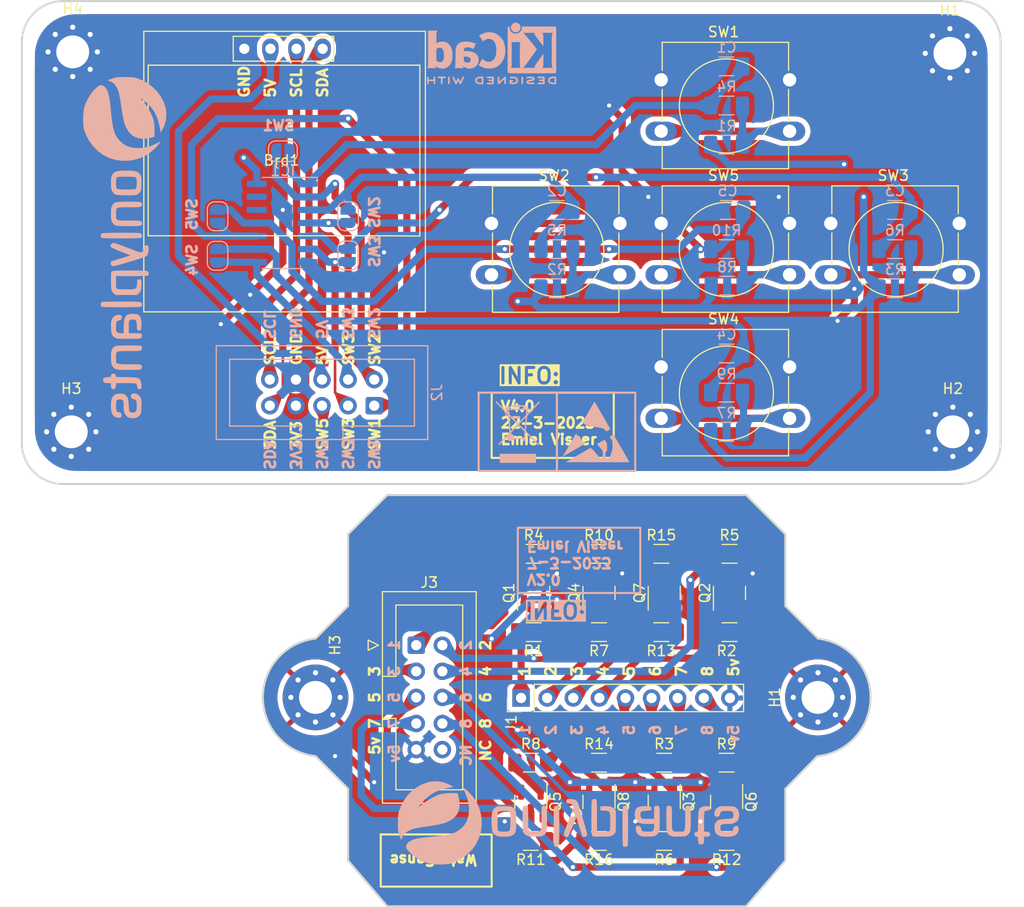
<source format=kicad_pcb>
(kicad_pcb (version 20221018) (generator pcbnew)
  (layers (0 "F.Cu" signal) (31 "B.Cu" signal) (34 "B.Paste" user) (35 "F.Paste" user) (36 "B.SilkS" user "B.Silkscreen") (37 "F.SilkS" user "F.Silkscreen") (38 "B.Mask" user) (39 "F.Mask" user) (44 "Edge.Cuts" user))
  (net 0 "")
  (net 1 "/SDA")
  (net 2 "/SCL")
  (net 3 "GNDREF")
  (net 4 "+5V")
  (net 5 "/IN_SW1")
  (net 6 "/IN_SW2")
  (net 7 "/IN_SW3")
  (net 8 "/IN_SW4")
  (net 9 "/IN_SW5")
  (net 10 "/OUT_SW1")
  (net 11 "/OUT_SW2")
  (net 12 "/OUT_SW3")
  (net 13 "/OUT_SW4")
  (net 14 "/OUT_SW5")
  (net 17 "+3.3V")
  (net 18 "Net-(R1-Pad1)")
  (net 19 "Net-(R2-Pad1)")
  (net 20 "Net-(R3-Pad1)")
  (net 21 "Net-(R7-Pad1)")
  (net 22 "Net-(R10-Pad1)")
  (net 24 "Net-(Q1-B)")
  (net 25 "Net-(Q2-B)")
  (net 26 "Net-(Q3-B)")
  (net 27 "Net-(Q4-B)")
  (net 28 "Net-(Q5-B)")
  (net 29 "Net-(Q6-B)")
  (net 30 "Net-(Q7-B)")
  (net 31 "Net-(Q8-B)")
  (net 32 "/SENS1_IN")
  (net 33 "/SENS2_IN")
  (net 34 "/SENS3_IN")
  (net 35 "/SENS4_IN")
  (net 36 "/SENS5_IN")
  (net 37 "/SENS6_IN")
  (net 38 "/SENS7_IN")
  (net 39 "/SENS8_IN")
  (net 40 "/SENS1_OUT")
  (net 41 "/SENS4_OUT")
  (net 42 "/SENS7_OUT")
  (net 43 "/SENS2_OUT")
  (net 44 "/SENS5_OUT")
  (net 45 "/SENS8_OUT")
  (net 46 "/SENS3_OUT")
  (net 47 "/SENS6_OUT")
  (footprint "MountingHole:MountingHole_3.2mm_M3_Pad_Via" (layer "F.Cu") (at 198.26 45.275)
    (fp_text reference "H1")
    (fp_text value "MountingHole_Pad")
  )
  (footprint "greenhouse_project_screen:128x64OLED" (layer "F.Cu") (at 133.22 55.435)
    (fp_text reference "Brd1")
    (fp_text value "SSD1306")
  )
  (footprint "Button_Switch_THT:SW_PUSH-12mm" (layer "F.Cu") (at 170.16 47.855)
    (fp_text reference "SW1")
    (fp_text value "SW_Push")
  )
  (footprint "Resistor_SMD:R_1206_3216Metric_Pad1.30x1.75mm_HandSolder" (layer "F.Cu") (at 170.18 101.6 180)
    (fp_text reference "R13")
    (fp_text value "100")
  )
  (footprint "Resistor_SMD:R_1206_3216Metric_Pad1.30x1.75mm_HandSolder" (layer "F.Cu") (at 164.11 121.92 180)
    (fp_text reference "R16")
    (fp_text value "2.2k")
  )
  (footprint "Package_TO_SOT_SMD:SOT-23" (layer "F.Cu") (at 170.46 97.79 90)
    (fp_text reference "Q7")
    (fp_text value "BC847")
  )
  (footprint "Resistor_SMD:R_1206_3216Metric_Pad1.30x1.75mm_HandSolder" (layer "F.Cu") (at 176.81 93.98)
    (fp_text reference "R5")
    (fp_text value "2.2k")
  )
  (footprint "Resistor_SMD:R_1206_3216Metric_Pad1.30x1.75mm_HandSolder" (layer "F.Cu") (at 170.46 121.92 180)
    (fp_text reference "R6")
    (fp_text value "2.2k")
  )
  (footprint "MountingHole:MountingHole_3.2mm_M3_Pad_Via" (layer "F.Cu") (at 136.525 107.95 -90)
    (fp_text reference "H3")
    (fp_text value "MountingHole_Pad")
  )
  (footprint "Resistor_SMD:R_1206_3216Metric_Pad1.30x1.75mm_HandSolder" (layer "F.Cu") (at 164.11 114.3)
    (fp_text reference "R14")
    (fp_text value "100")
  )
  (footprint "Resistor_SMD:R_1206_3216Metric_Pad1.30x1.75mm_HandSolder" (layer "F.Cu") (at 157.76 101.6 180)
    (fp_text reference "R1")
    (fp_text value "100")
  )
  (footprint "Resistor_SMD:R_1206_3216Metric_Pad1.30x1.75mm_HandSolder" (layer "F.Cu") (at 164.11 93.98)
    (fp_text reference "R10")
    (fp_text value "2.2k")
  )
  (footprint "Resistor_SMD:R_1206_3216Metric_Pad1.30x1.75mm_HandSolder" (layer "F.Cu") (at 170.46 114.3)
    (fp_text reference "R3")
    (fp_text value "100")
  )
  (footprint "Package_TO_SOT_SMD:SOT-23" (layer "F.Cu") (at 164.11 118.11 -90)
    (fp_text reference "Q8")
    (fp_text value "BC847")
  )
  (footprint "Button_Switch_THT:SW_PUSH-12mm" (layer "F.Cu") (at 170.16 61.825)
    (fp_text reference "SW5")
    (fp_text value "SW_Push")
  )
  (footprint "MountingHole:MountingHole_3.2mm_M3_Pad_Via" (layer "F.Cu") (at 198.547056 82.105)
    (fp_text reference "H2")
    (fp_text value "MountingHole_Pad")
  )
  (footprint "Package_TO_SOT_SMD:SOT-23" (layer "F.Cu") (at 157.48 118.11 -90)
    (fp_text reference "Q5")
    (fp_text value "BC847")
  )
  (footprint "Resistor_SMD:R_1206_3216Metric_Pad1.30x1.75mm_HandSolder" (layer "F.Cu") (at 176.53 121.92 180)
    (fp_text reference "R12")
    (fp_text value "2.2k")
  )
  (footprint "Resistor_SMD:R_1206_3216Metric_Pad1.30x1.75mm_HandSolder" (layer "F.Cu") (at 176.81 101.6 180)
    (fp_text reference "R2")
    (fp_text value "100")
  )
  (footprint "Resistor_SMD:R_1206_3216Metric_Pad1.30x1.75mm_HandSolder" (layer "F.Cu") (at 157.48 121.92 180)
    (fp_text reference "R11")
    (fp_text value "2.2k")
  )
  (footprint "Package_TO_SOT_SMD:SOT-23" (layer "F.Cu") (at 164.11 97.79 90)
    (fp_text reference "Q4")
    (fp_text value "BC847")
  )
  (footprint "Button_Switch_THT:SW_PUSH-12mm" (layer "F.Cu") (at 170.16 75.795)
    (fp_text reference "SW4")
    (fp_text value "SW_Push")
  )
  (footprint "Resistor_SMD:R_1206_3216Metric_Pad1.30x1.75mm_HandSolder" (layer "F.Cu") (at 176.53 114.3)
    (fp_text reference "R9")
    (fp_text value "100")
  )
  (footprint "Connector_IDC:IDC-Header_2x05_P2.54mm_Vertical" (layer "F.Cu") (at 146.33 102.87)
    (fp_text reference "J3")
    (fp_text value "Conn_01x10_Socket")
  )
  (footprint "Button_Switch_THT:SW_PUSH-12mm" (layer "F.Cu") (at 153.65 61.825)
    (fp_text reference "SW2")
    (fp_text value "SW_Push")
  )
  (footprint "Package_TO_SOT_SMD:SOT-23" (layer "F.Cu") (at 157.76 97.79 90)
    (fp_text reference "Q1")
    (fp_text value "BC847")
  )
  (footprint "Package_TO_SOT_SMD:SOT-23" (layer "F.Cu") (at 176.81 97.79 90)
    (fp_text reference "Q2")
    (fp_text value "BC847")
  )
  (footprint "Package_TO_SOT_SMD:SOT-23" (layer "F.Cu") (at 170.46 118.11 -90)
    (fp_text reference "Q3")
    (fp_text value "BC847")
  )
  (footprint "Resistor_SMD:R_1206_3216Metric_Pad1.30x1.75mm_HandSolder" (layer "F.Cu") (at 170.18 93.98)
    (fp_text reference "R15")
    (fp_text value "2.2k")
  )
  (footprint "Button_Switch_THT:SW_PUSH-12mm" (layer "F.Cu") (at 186.67 61.825)
    (fp_text reference "SW3")
    (fp_text value "SW_Push")
  )
  (footprint "Resistor_SMD:R_1206_3216Metric_Pad1.30x1.75mm_HandSolder" (layer "F.Cu") (at 157.48 114.3)
    (fp_text reference "R8")
    (fp_text value "100")
  )
  (footprint "Connector_PinHeader_2.54mm:PinHeader_1x09_P2.54mm_Vertical" (layer "F.Cu") (at 156.53 108.0075 90)
    (fp_text reference "J1")
    (fp_text value "Conn_01x09_Socket")
  )
  (footprint "Package_TO_SOT_SMD:SOT-23" (layer "F.Cu") (at 176.53 118.11 -90)
    (fp_text reference "Q6")
    (fp_text value "BC847")
  )
  (footprint "MountingHole:MountingHole_3.2mm_M3_Pad_Via" (layer "F.Cu") (at 112.76 82.105)
    (fp_text reference "H3")
    (fp_text value "MountingHole_Pad")
  )
  (footprint "MountingHole:MountingHole_3.2mm_M3_Pad_Via" (layer "F.Cu") (at 112.9 45.135)
    (fp_text reference "H4")
    (fp_text value "MountingHole_Pad")
  )
  (footprint "Resistor_SMD:R_1206_3216Metric_Pad1.30x1.75mm_HandSolder" (layer "F.Cu") (at 157.76 93.98)
    (fp_text reference "R4")
    (fp_text value "2.2k")
  )
  (footprint "MountingHole:MountingHole_3.2mm_M3_Pad_Via" (layer "F.Cu") (at 185.42 107.95 90)
    (fp_text reference "H1")
    (fp_text value "MountingHole_Pad")
  )
  (footprint "Resistor_SMD:R_1206_3216Metric_Pad1.30x1.75mm_HandSolder" (layer "F.Cu") (at 164.11 101.6 180)
    (fp_text reference "R7")
    (fp_text value "100")
  )
  (footprint "Jumper:SolderJumper-2_P1.3mm_Open_RoundedPad1.0x1.5mm" (layer "B.Cu") (at 127 64.975 -90)
    (fp_text reference "JP4" hide)
    (fp_text value "Jumper_2_Open")
  )
  (footprint "Capacitor_SMD:C_1206_3216Metric_Pad1.33x1.80mm_HandSolder" (layer "B.Cu") (at 176.53 46.545 180)
    (fp_text reference "C1")
    (fp_text value "10uF")
  )
  (footprint "Resistor_SMD:R_1206_3216Metric_Pad1.30x1.75mm_HandSolder" (layer "B.Cu") (at 176.53 64.325 180)
    (fp_text reference "R10")
    (fp_text value "10K")
  )
  (footprint "Resistor_SMD:R_1206_3216Metric_Pad1.30x1.75mm_HandSolder" (layer "B.Cu") (at 176.5825 67.886472 180)
    (fp_text reference "R8")
    (fp_text value "10K")
  )
  (footprint "Jumper:SolderJumper-2_P1.3mm_Open_RoundedPad1.0x1.5mm" (layer "B.Cu") (at 139.7 61.135 90)
    (fp_text reference "JP2" hide)
    (fp_text value "Jumper_2_Open")
  )
  (footprint "Jumper:SolderJumper-2_P1.3mm_Open_RoundedPad1.0x1.5mm" (layer "B.Cu") (at 127 61.135 -90)
    (fp_text reference "JP5" hide)
    (fp_text value "Jumper_2_Open")
  )
  (footprint "Resistor_SMD:R_1206_3216Metric_Pad1.30x1.75mm_HandSolder" (layer "B.Cu") (at 192.91 64.325 180)
    (fp_text reference "R6")
    (fp_text value "10K")
  )
  (footprint "Resistor_SMD:R_1206_3216Metric_Pad1.30x1.75mm_HandSolder" (layer "B.Cu") (at 176.53 78.295 180)
    (fp_text reference "R9")
    (fp_text value "10K")
  )
  (footprint "Jumper:SolderJumper-2_P1.3mm_Open_RoundedPad1.0x1.5mm" (layer "B.Cu") (at 139.7 64.945 90)
    (fp_text reference "JP3" hide)
    (fp_text value "Jumper_2_Open")
  )
  (footprint "Resistor_SMD:R_1206_3216Metric_Pad1.30x1.75mm_HandSolder" (layer "B.Cu") (at 176.53 82.105 180)
    (fp_text reference "R7")
    (fp_text value "10K")
  )
  (footprint "Jumper:SolderJumper-2_P1.3mm_Open_RoundedPad1.0x1.5mm" (layer "B.Cu") (at 133.35 54.8 180)
    (fp_text reference "JP1" hide)
    (fp_text value "Jumper_2_Open")
  )
  (footprint "Package_SO:SOIC-14_3.9x8.7mm_P1.27mm" (layer "B.Cu") (at 133.285 61.785 180)
    (fp_text reference "IC1")
    (fp_text value "CD74HC14M96")
  )
  (footprint "logo:logo" (layer "B.Cu") (at 161.29 120.015)
    (fp_text reference "G***")
    (fp_text value "LOGO" hide)
  )
  (footprint "Resistor_SMD:R_1206_3216Metric_Pad1.30x1.75mm_HandSolder" (layer "B.Cu") (at 192.91 68.135 180)
    (fp_text reference "R3")
    (fp_text value "10K")
  )
  (footprint "Symbol:KiCad-Logo2_5mm_SilkScreen" (layer "B.Cu") (at 153.67 45.275 180)
    (fp_text reference "REF**" hide)
    (fp_text value "KiCad-Logo2_5mm_SilkScreen" hide)
  )
  (footprint "Capacitor_SMD:C_1206_3216Metric_Pad1.33x1.80mm_HandSolder" (layer "B.Cu") (at 176.53 74.485 180)
    (fp_text reference "C4")
    (fp_text value "10uF")
  )
  (footprint "Capacitor_SMD:C_1206_3216Metric_Pad1.33x1.80mm_HandSolder" (layer "B.Cu") (at 192.91 60.515 180)
    (fp_text reference "C3")
    (fp_text value "10uF")
  )
  (footprint "Capacitor_SMD:C_1206_3216Metric_Pad1.33x1.80mm_HandSolder" (layer "B.Cu") (at 160.02 60.515 180)
    (fp_text reference "C2")
    (fp_text value "10uF")
  )
  (footprint "Capacitor_SMD:C_1206_3216Metric_Pad1.33x1.80mm_HandSolder" (layer "B.Cu") (at 176.6325 60.515 180)
    (fp_text reference "C5")
    (fp_text value "10uF")
  )
  (footprint "Symbol:WEEE-Logo_4.2x6mm_SilkScreen" (layer "B.Cu") (at 156.21 82.105 180)
    (fp_text reference "REF**" hide)
    (fp_text value "WEEE-Logo_4.2x6mm_SilkScreen" hide)
  )
  (footprint "Connector_IDC:IDC-Header_2x05_P2.54mm_Vertical" (layer "B.Cu") (at 142.24 79.565 90)
    (fp_text reference "J2")
    (fp_text value "Conn_01x10_Socket")
  )
  (footprint "Resistor_SMD:R_1206_3216Metric_Pad1.30x1.75mm_HandSolder" (layer "B.Cu") (at 160.02 64.325 180)
    (fp_text reference "R5")
    (fp_text value "10K")
  )
  (footprint "Symbol:ESD-Logo_6.6x6mm_SilkScreen" (layer "B.Cu") (at 163.83 82.105 180)
    (fp_text reference "REF**" hide)
    (fp_text value "ESD-Logo_6.6x6mm_SilkScreen" hide)
  )
  (footprint "greenhouse_project_screen:logo" (layer "B.Cu") (at 118.11 64.325 -90)
    (fp_text reference "G***")
    (fp_text value "LOGO" hide)
  )
  (footprint "Resistor_SMD:R_1206_3216Metric_Pad1.30x1.75mm_HandSolder" (layer "B.Cu") (at 160.02 68.135 180)
    (fp_text reference "R2")
    (fp_text value "10K")
  )
  (footprint "Resistor_SMD:R_1206_3216Metric_Pad1.30x1.75mm_HandSolder" (layer "B.Cu") (at 176.53 50.355 180)
    (fp_text reference "R4")
    (fp_text value "10k")
  )
  (footprint "Resistor_SMD:R_1206_3216Metric_Pad1.30x1.75mm_HandSolder" (layer "B.Cu") (at 176.53 54.165 180)
    (fp_text reference "R1")
    (fp_text value "10k")
  )
  (gr_rect (start 142.875 126.365) (end 153.67 121.285) (stroke (width 0.2)) (fill none) (layer "F.SilkS"))
  (gr_line (start 199.2 87.185) (end 111.95 87.185) (stroke (width 0.2)) (layer "Edge.Cuts"))
  (gr_line (start 178.435 128.27) (end 143.51 128.27) (stroke (width 0.2)) (layer "Edge.Cuts"))
  (gr_line (start 139.7 92.075) (end 143.51 88.265) (stroke (width 0.2)) (layer "Edge.Cuts"))
  (gr_arc (start 203.2 83.185) (mid 202.028427 86.013427) (end 199.2 87.185) (stroke (width 0.2)) (layer "Edge.Cuts"))
  (gr_arc (start 107.95 44.195) (mid 109.121573 41.366573) (end 111.95 40.195) (stroke (width 0.2)) (layer "Edge.Cuts"))
  (gr_line (start 111.95 40.195) (end 199.2 40.195) (stroke (width 0.2)) (layer "Edge.Cuts"))
  (gr_line (start 178.435 88.265) (end 143.51 88.265) (stroke (width 0.2)) (layer "Edge.Cuts"))
  (gr_arc (start 199.2 40.195) (mid 202.028427 41.366573) (end 203.2 44.195) (stroke (width 0.2)) (layer "Edge.Cuts"))
  (gr_line (start 182.245 99.06) (end 182.245 92.075) (stroke (width 0.2)) (layer "Edge.Cuts"))
  (gr_line (start 136.525 102.235001) (end 139.7 99.06) (stroke (width 0.2)) (layer "Edge.Cuts"))
  (gr_line (start 182.245 123.825) (end 182.245 116.84) (stroke (width 0.2)) (layer "Edge.Cuts"))
  (gr_line (start 203.2 44.195) (end 203.2 83.185) (stroke (width 0.2)) (layer "Edge.Cuts"))
  (gr_line (start 107.95 83.185) (end 107.95 44.195) (stroke (width 0.2)) (layer "Edge.Cuts"))
  (gr_line (start 139.7 99.06) (end 139.7 92.075) (stroke (width 0.2)) (layer "Edge.Cuts"))
  (gr_arc (start 111.95 87.185) (mid 109.121573 86.013427) (end 107.95 83.185) (stroke (width 0.2)) (layer "Edge.Cuts"))
  (gr_line (start 185.42 102.235001) (end 182.245 99.06) (stroke (width 0.2)) (layer "Edge.Cuts"))
  (gr_arc (start 136.525 113.664999) (mid 131.409831 107.95) (end 136.525 102.235001) (stroke (width 0.2)) (layer "Edge.Cuts"))
  (gr_line (start 143.51 128.27) (end 139.7 123.825) (stroke (width 0.2)) (layer "Edge.Cuts"))
  (gr_line (start 139.7 123.825) (end 139.7 116.84) (stroke (width 0.2)) (layer "Edge.Cuts"))
  (gr_line (start 182.245 92.075) (end 178.435 88.265) (stroke (width 0.2)) (layer "Edge.Cuts"))
  (gr_line (start 178.435 128.27) (end 182.245 123.825) (stroke (width 0.2)) (layer "Edge.Cuts"))
  (gr_line (start 139.7 116.84) (end 136.525 113.665) (stroke (width 0.2)) (layer "Edge.Cuts"))
  (gr_line (start 182.245 116.84) (end 185.357163 113.671632) (stroke (width 0.2)) (layer "Edge.Cuts"))
  (gr_arc (start 185.42 102.235001) (mid 190.535082 107.981593) (end 185.357163 113.671632) (stroke (width 0.2)) (layer "Edge.Cuts"))
  (gr_text "3" (at 144.78 104.775 90) (layer "B.SilkS") (effects (font (size 1 1) (thickness 0.25) bold) (justify left bottom mirror)))
  (gr_text "5v" (at 177.8 110.49 90) (layer "B.SilkS") (effects (font (size 1 1) (thickness 0.25) bold) (justify left bottom mirror)))
  (gr_text "4" (at 151.765 104.775 90) (layer "B.SilkS") (effects (font (size 1 1) (thickness 0.25) bold) (justify left bottom mirror)))
  (gr_text "3" (at 162.56 110.49 90) (layer "B.SilkS") (effects (font (size 1 1) (thickness 0.25) bold) (justify left bottom mirror)))
  (gr_text "5V" (at 136.525 73.215 -90) (layer "B.SilkS") (effects (font (size 1 1) (thickness 0.25) bold) (justify left bottom mirror)))
  (gr_text "NC" (at 151.765 112.395 90) (layer "B.SilkS") (effects (font (size 1 1) (thickness 0.25) bold) (justify left bottom mirror)))
  (gr_text "5v" (at 144.78 112.395 90) (layer "B.SilkS") (effects (font (size 1 1) (thickness 0.25) bold) (justify left bottom mirror)))
  (gr_text "SW3" (at 141.605 66.23 270) (layer "B.SilkS") (effects (font (size 1 1) (thickness 0.25) bold) (justify left bottom mirror)))
  (gr_text "7" (at 172.72 110.49 90) (layer "B.SilkS") (effects (font (size 1 1) (thickness 0.25) bold) (justify left bottom mirror)))
  (gr_text "SW5" (at 125.095 59.245 90) (layer "B.SilkS") (effects (font (size 1 1) (thickness 0.25) bold) (justify left bottom mirror)))
  (gr_text "6" (at 170.18 110.49 90) (layer "B.SilkS") (effects (font (size 1 1) (thickness 0.25) bold) (justify left bottom mirror)))
  (gr_text "2" (at 160.02 110.49 90) (layer "B.SilkS") (effects (font (size 1 1) (thickness 0.25) bold) (justify left bottom mirror)))
  (gr_text "GND" (at 133.985 73.215 -90) (layer "B.SilkS") (effects (font (size 1 1) (thickness 0.25) bold) (justify left bottom mirror)))
  (gr_text "8" (at 175.26 110.49 90) (layer "B.SilkS") (effects (font (size 1 1) (thickness 0.25) bold) (justify left bottom mirror)))
  (gr_text "7" (at 144.78 109.855 90) (layer "B.SilkS") (effects (font (size 1 1) (thickness 0.25) bold) (justify left bottom mirror)))
  (gr_text "SW5" (at 136.525 85.915 -90) (layer "B.SilkS") (effects (font (size 1 1) (thickness 0.25) bold) (justify left bottom mirror)))
  (gr_text "SCL" (at 131.445 73.215 -90) (layer "B.SilkS") (effects (font (size 1 1) (thickness 0.25) bold) (justify left bottom mirror)))
  (gr_text "SW2" (at 141.605 73.215 -90) (layer "B.SilkS") (effects (font (size 1 1) (thickness 0.25) bold) (justify left bottom mirror)))
  (gr_text "8" (at 151.765 109.855 90) (layer "B.SilkS") (effects (font (size 1 1) (thickness 0.25) bold) (justify left bottom mirror)))
  (gr_text "INFO:     " (at 156.76 98.565 180) (layer "B.SilkS" knockout) (effects (font (size 1.5 1.5) (thickness 0.3) bold) (justify left bottom mirror)))
  (gr_text "5" (at 144.78 107.315 90) (layer "B.SilkS") (effects (font (size 1 1) (thickness 0.25) bold) (justify left bottom mirror)))
  (gr_text "6" (at 151.765 107.315 90) (layer "B.SilkS") (effects (font (size 1 1) (thickness 0.25) bold) (justify left bottom mirror)))
  (gr_text "SW3" (at 139.065 85.915 -90) (layer "B.SilkS") (effects (font (size 1 1) (thickness 0.25) bold) (justify left bottom mirror)))
  (gr_text "1" (at 157.48 110.49 90) (layer "B.SilkS") (effects (font (size 1 1) (thickness 0.25) bold) (justify left bottom mirror)))
  (gr_text "SW2" (at 141.605 62.42 270) (layer "B.SilkS") (effects (font (size 1 1) (thickness 0.25) bold) (justify left bottom mirror)))
  (gr_text "SW4" (at 125.095 63.69 90) (layer "B.SilkS") (effects (font (size 1 1) (thickness 0.25) bold) (justify left bottom mirror)))
  (gr_text "SW3" (at 139.065 73.215 -90) (layer "B.SilkS") (effects (font (size 1 1) (thickness 0.25) bold) (justify left bottom mirror)))
  (gr_text "SW1" (at 141.605 85.915 -90) (layer "B.SilkS") (effects (font (size 1 1) (thickness 0.25) bold) (justify left bottom mirror)))
  (gr_text "3V3" (at 133.985 85.915 -90) (layer "B.SilkS") (effects (font (size 1 1) (thickness 0.25) bold) (justify left bottom mirror)))
  (gr_text "5" (at 167.64 110.49 90) (layer "B.SilkS") (effects (font (size 1 1) (thickness 0.25) bold) (justify left bottom mirror)))
  (gr_text "2" (at 151.765 102.235 90) (layer "B.SilkS") (effects (font (size 1 1) (thickness 0.25) bold) (justify left bottom mirror)))
  (gr_text "4" (at 165.1 110.49 90) (layer "B.SilkS") (effects (font (size 1 1) (thickness 0.25) bold) (justify left bottom mirror)))
  (gr_text "1" (at 144.78 102.235 90) (layer "B.SilkS") (effects (font (size 1 1) (thickness 0.25) bold) (justify left bottom mirror)))
  (gr_text "SW1" (at 134.62 52.895) (layer "B.SilkS") (effects (font (size 1 1) (thickness 0.25) bold) (justify left bottom mirror)))
  (gr_text "SDA" (at 131.445 85.915 -90) (layer "B.SilkS") (effects (font (size 1 1) (thickness 0.25) bold) (justify left bottom mirror)))
  (gr_text "SW1" (at 142.875 84.01 90) (layer "F.SilkS") (effects (font (size 1 1) (thickness 0.25) bold) (justify left bottom)))
  (gr_text "WaterSense" (at 152.4 123.19 180) (layer "F.SilkS") (effects (font (size 1 1) (thickness 0.25) bold) (justify left bottom)))
  (gr_text "5v" (at 142.875 113.665 90) (layer "F.SilkS") (effects (font (size 1 1) (thickness 0.25) bold) (justify left bottom)))
  (gr_text "7" (at 172.72 106.045 90) (layer "F.SilkS") (effects (font (size 1 1) (thickness 0.25) bold) (justify left bottom)))
  (gr_text "5V" (at 137.795 75.755 90) (layer "F.SilkS") (effects (font (size 1 1) (thickness 0.25) bold) (justify left bottom)))
  (gr_text "6" (at 170.18 106.045 90) (layer "F.SilkS") (effects (font (size 1 1) (thickness 0.25) bold) (justify left bottom)))
  (gr_text "5V" (at 132.715 49.72 90) (layer "F.SilkS") (effects (font (size 1 1) (thickness 0.25) bold) (justify left bottom)))
  (gr_text "SDA" (at 132.715 84.01 90) (layer "F.SilkS") (effects (font (size 1 1) (thickness 0.25) bold) (justify left bottom)))
  (gr_text "INFO:     " (at 154.21 77.545) (layer "F.SilkS" knockout) (effects (font (size 1.5 1.5) (thickness 0.3) bold) (justify left bottom)))
  (gr_text "2" (at 153.67 103.505 90) (layer "F.SilkS") (effects (font (size 1 1) (thickness 0.25) bold) (justify left bottom)))
  (gr_text "5v" (at 177.8 106.045 90) (layer "F.SilkS") (effects (font (size 1 1) (thickness 0.25) bold) (justify left bottom)))
  (gr_text "SW3" (at 140.335 84.01 90) (layer "F.SilkS") (effects (font (size 1 1) (thickness 0.25) bold) (justify left bottom)))
  (gr_text "1" (at 157.48 106.045 90) (layer "F.SilkS") (effects (font (size 1 1) (thickness 0.25) bold) (justify left bottom)))
  (gr_text "SW2" (at 142.875 75.755 90) (layer "F.SilkS") (effects (font (size 1 1) (thickness 0.25) bold) (justify left bottom)))
  (gr_text "3" (at 162.56 106.045 90) (layer "F.SilkS") (effects (font (size 1 1) (thickness 0.25) bold) (justify left bottom)))
  (gr_text "3V3" (at 135.255 84.01 90) (layer "F.SilkS") (effects (font (size 1 1) (thickness 0.25) bold) (justify left bottom)))
  (gr_text "SDA" (at 137.795 49.72 90) (layer "F.SilkS") (effects (font (size 1 1) (thickness 0.25) bold) (justify left bottom)))
  (gr_text "7" (at 142.875 111.125 90) (layer "F.SilkS") (effects (font (size 1 1) (thickness 0.25) bold) (justify left bottom)))
  (gr_text "5" (at 142.875 108.585 90) (layer "F.SilkS") (effects (font (size 1 1) (thickness 0.25) bold) (justify left bottom)))
  (gr_text "SCL" (at 132.715 75.755 90) (layer "F.SilkS") (effects (font (size 1 1) (thickness 0.25) bold) (justify left bottom)))
  (gr_text "8" (at 153.67 111.125 90) (layer "F.SilkS") (effects (font (size 1 1) (thickness 0.25) bold) (justify left bottom)))
  (gr_text "4" (at 165.1 106.045 90) (layer "F.SilkS") (effects (font (size 1 1) (thickness 0.25) bold) (justify left bottom)))
  (gr_text "3" (at 142.875 106.045 90) (layer "F.SilkS") (effects (font (size 1 1) (thickness 0.25) bold) (justify left bottom)))
  (gr_text "NC" (at 153.67 114.3 90) (layer "F.SilkS") (effects (font (size 1 1) (thickness 0.25) bold) (justify left bottom)))
  (gr_text "SCL" (at 135.255 49.72 90) (layer "F.SilkS") (effects (font (size 1 1) (thickness 0.25) bold) (justify left bottom)))
  (gr_text "GND" (at 135.255 75.755 90) (layer "F.SilkS") (effects (font (size 1 1) (thickness 0.25) bold) (justify left bottom)))
  (gr_text "8" (at 175.26 106.045 90) (layer "F.SilkS") (effects (font (size 1 1) (thickness 0.25) bold) (justify left bottom)))
  (gr_text "SW5" (at 137.795 84.01 90) (layer "F.SilkS") (effects (font (size 1 1) (thickness 0.25) bold) (justify left bottom)))
  (gr_text "5" (at 167.64 106.045 90) (layer "F.SilkS") (effects (font (size 1 1) (thickness 0.25) bold) (justify left bottom)))
  (gr_text "4\n" (at 153.67 106.045 90) (layer "F.SilkS") (effects (font (size 1 1) (thickness 0.25) bold) (justify left bottom)))
  (gr_text "GND" (at 130.175 49.72 90) (layer "F.SilkS") (effects (font (size 1 1) (thickness 0.25) bold) (justify left bottom)))
  (gr_text "SW3" (at 140.335 75.755 90) (layer "F.SilkS") (effects (font (size 1 1) (thickness 0.25) bold) (justify left bottom)))
  (gr_text "6" (at 153.67 108.585 90) (layer "F.SilkS") (effects (font (size 1 1) (thickness 0.25) bold) (justify left bottom)))
  (gr_text "2" (at 160.02 106.045 90) (layer "F.SilkS") (effects (font (size 1 1) (thickness 0.25) bold) (justify left bottom)))
  (gr_text_box "" (start 152.4 78.295) (end 160.02 85.915) (layer "B.SilkS") (effects (font (size 1.5 1.5) (thickness 0.3) bold) (justify left top)) (stroke (width 0.2)))
  (gr_text_box "" (start 160.02 78.295) (end 167.64 85.915) (layer "B.SilkS") (effects (font (size 1.5 1.5) (thickness 0.3) bold) (justify left top)) (stroke (width 0.2)))
  (gr_text_box "V2.0\n7-3-2023\nEmiel Visser" (start 168.13 97.79) (end 156.21 91.44) (angle 180) (layer "B.SilkS") (effects (font (size 1 1) (thickness 0.25) bold) (justify left top mirror)) (stroke (width 0.2)))
  (gr_text_box "V4.0\n22-3-2023\nEmiel Visser" (start 153.67 78.295) (end 165.55 84.645) (layer "F.SilkS") (effects (font (size 1 1) (thickness 0.25) bold) (justify left top)) (stroke (width 0.2)))
  (segment (start 137.22 44.835) (end 135.89 46.165) (width 0.7) (layer "F.Cu") (net 1))
  (segment (start 135.89 68.135) (end 133.35 70.675) (width 0.7) (layer "F.Cu") (net 1))
  (segment (start 133.35 78.295) (end 133.35 74.485) (width 0.25) (layer "F.Cu") (net 1))
  (segment (start 135.89 46.165) (end 135.89 68.135) (width 0.7) (layer "F.Cu") (net 1))
  (segment (start 132.08 79.565) (end 133.35 78.295) (width 0.25) (layer "F.Cu") (net 1))
  (segment (start 133.35 70.675) (end 133.35 74.485) (width 0.7) (layer "F.Cu") (net 1))
  (segment (start 134.68 44.835) (end 134.68 66.805) (width 0.7) (layer "F.Cu") (net 2))
  (segment (start 134.68 66.805) (end 132.08 69.405) (width 0.7) (layer "F.Cu") (net 2))
  (segment (start 132.08 69.405) (end 132.08 77.025) (width 0.7) (layer "F.Cu") (net 2))
  (segment (start 188.965 68.1905) (end 188.965 69.67) (width 0.7) (layer "F.Cu") (net 3))
  (segment (start 130.175 68.77) (end 133.35 65.595) (width 0.7) (layer "F.Cu") (net 3))
  (segment (start 168.91 59.245) (end 166.33 61.825) (width 0.7) (layer "F.Cu") (net 3))
  (segment (start 154.94 111.125) (end 156.21 111.125) (width 0.7) (layer "F.Cu") (net 3))
  (segment (start 166.37 56.705) (end 168.91 59.245) (width 0.7) (layer "F.Cu") (net 3))
  (segment (start 153.67 112.395) (end 154.94 111.125) (width 0.7) (layer "F.Cu") (net 3))
  (segment (start 155.9075 117.1725) (end 153.67 114.935) (width 0.7) (layer "F.Cu") (net 3))
  (segment (start 188.965 69.67) (end 187.325 71.31) (width 0.7) (layer "F.Cu") (net 3))
  (segment (start 166.37 51.625) (end 166.37 56.705) (width 0.7) (layer "F.Cu") (net 3))
  (segment (start 171.49 61.825) (end 173.99 64.325) (width 0.7) (layer "F.Cu") (net 3))
  (segment (start 127.3175 71.6275) (end 130.175 68.77) (width 0.7) (layer "F.Cu") (net 3))
  (segment (start 170.16 61.825) (end 171.49 61.825) (width 0.7) (layer "F.Cu") (net 3))
  (segment (start 168.91 59.245) (end 181.61 59.245) (width 0.7) (layer "F.Cu") (net 3))
  (segment (start 166.33 61.825) (end 153.65 61.825) (width 0.7) (layer "F.Cu") (net 3))
  (segment (start 156.53 117.1725) (end 155.9075 117.1725) (width 0.7) (layer "F.Cu") (net 3))
  (segment (start 133.35 65.595) (end 133.35 60.515) (width 0.7) (layer "F.Cu") (net 3))
  (segment (start 165.1 50.355) (end 166.37 51.625) (width 0.7) (layer "F.Cu") (net 3))
  (segment (start 153.67 114.935) (end 153.67 112.395) (width 0.7) (layer "F.Cu") (net 3))
  (via (at 173.99 64.325) (size 0.8) (drill 0.4) (layers "F.Cu" "B.Cu") (net 3))
  (via (at 165.1 50.355) (size 0.8) (drill 0.4) (layers "F.Cu" "B.Cu") (net 3))
  (via (at 168.91 59.245) (size 0.8) (drill 0.4) (layers "F.Cu" "B.Cu") (net 3))
  (via (at 127.3175 71.6275) (size 0.8) (drill 0.4) (layers "F.Cu" "B.Cu") (net 3))
  (via (at 181.61 59.245) (size 0.8) (drill 0.4) (layers "F.Cu" "B.Cu") (net 3))
  (via (at 160.02 98.425) (size 0.8) (drill 0.4) (layers "F.Cu" "B.Cu") (net 3))
  (via (at 156.21 111.125) (size 0.8) (drill 0.4) (layers "F.Cu" "B.Cu") (net 3))
  (via (at 188.965 68.1905) (size 0.8) (drill 0.4) (layers "F.Cu" "B.Cu") (net 3))
  (via (at 130.175 68.77) (size 0.8) (drill 0.4) (layers "F.Cu" "B.Cu") (net 3))
  (via (at 143.1925 64.6425) (size 0.8) (drill 0.4) (layers "F.Cu" "B.Cu") (net 3))
  (via (at 153.67 102.235) (size 0.8) (drill 0.4) (layers "F.Cu" "B.Cu") (net 3))
  (via (at 167.64 116.205) (size 0.8) (drill 0.4) (layers "F.Cu" "B.Cu") (net 3))
  (via (at 187.325 71.31) (size 0.8) (drill 0.4) (layers "F.Cu" "B.Cu") (net 3))
  (via (at 133.35 60.515) (size 0.8) (drill 0.4) (layers "F.Cu" "B.Cu") (net 3))
  (via (at 173.99 116.205) (size 0.8) (drill 0.4) (layers "F.Cu" "B.Cu") (net 3))
  (via (at 161.29 116.205) (size 0.8) (drill 0.4) (layers "F.Cu" "B.Cu") (net 3))
  (segment (start 161.29 116.205) (end 156.21 111.125) (width 0.7) (layer "B.Cu") (net 3))
  (segment (start 140.97 66.865) (end 137.027208 66.865) (width 0.7) (layer "B.Cu") (net 3))
  (segment (start 135.76 65.597792) (end 135.76 65.595) (width 0.7) (layer "B.Cu") (net 3))
  (segment (start 188.965 64.12) (end 186.67 61.825) (width 0.7) (layer "B.Cu") (net 3))
  (segment (start 160.02 98.425) (end 157.48 98.425) (width 0.7) (layer "B.Cu") (net 3))
  (segment (start 137.027208 66.865) (end 135.76 65.597792) (width 0.7) (layer "B.Cu") (net 3))
  (segment (start 173.99 116.205) (end 167.64 116.205) (width 0.7) (layer "B.Cu") (net 3))
  (segment (start 143.1925 64.6425) (end 140.97 66.865) (width 0.7) (layer "B.Cu") (net 3))
  (segment (start 167.64 116.205) (end 161.29 116.205) (width 0.7) (layer "B.Cu") (net 3))
  (segment (start 188.965 68.1905) (end 188.965 64.12) (width 0.7) (layer "B.Cu") (net 3))
  (segment (start 157.48 98.425) (end 153.67 102.235) (width 0.7) (layer "B.Cu") (net 3))
  (segment (start 167.64 120.65) (end 168.91 121.92) (width 0.7) (layer "F.Cu") (net 4))
  (segment (start 165.66 93.98) (end 165.66 95.175) (width 0.7) (layer "F.Cu") (net 4))
  (segment (start 171.73 93.98) (end 171.73 91.6175) (width 0.7) (layer "F.Cu") (net 4))
  (segment (start 157.48 123.825) (end 155.93 122.275) (width 0.7) (layer "F.Cu") (net 4))
  (segment (start 167.64 120.015) (end 167.64 120.65) (width 0.7) (layer "F.Cu") (net 4))
  (segment (start 155.93 121.005) (end 154.94 120.015) (width 0.7) (layer "F.Cu") (net 4))
  (segment (start 155.93 122.275) (end 155.93 121.92) (width 0.7) (layer "F.Cu") (net 4))
  (segment (start 178.36 92.635) (end 178.36 93.98) (width 0.7) (layer "F.Cu") (net 4))
  (segment (start 160.02 123.825) (end 157.48 123.825) (width 0.7) (layer "F.Cu") (net 4))
  (segment (start 161.925 121.92) (end 160.02 123.825) (width 0.7) (layer "F.Cu") (net 4))
  (segment (start 176.605 90.88) (end 178.36 92.635) (width 0.7) (layer "F.Cu") (net 4))
  (segment (start 175.26 120.93) (end 175.26 121.64) (width 0.7) (layer "F.Cu") (net 4))
  (segment (start 165.66 95.175) (end 166.37 95.885) (width 0.7) (layer "F.Cu") (net 4))
  (segment (start 142.24 116.205) (end 139.7 113.665) (width 0.7) (layer "F.Cu") (net 4))
  (segment (start 174.345 120.015) (end 175.26 120.93) (width 0.7) (layer "F.Cu") (net 4))
  (segment (start 178.36 95.175) (end 179.07 95.885) (width 0.7) (layer "F.Cu") (net 4))
  (segment (start 162.56 121.92) (end 161.925 121.92) (width 0.7) (layer "F.Cu") (net 4))
  (segment (start 173.99 120.015) (end 174.345 120.015) (width 0.7) (layer "F.Cu") (net 4))
  (segment (start 178.36 93.98) (end 178.36 95.175) (width 0.7) (layer "F.Cu") (net 4))
  (segment (start 160.02 94.69) (end 159.31 93.98) (width 0.7) (layer "F.Cu") (net 4))
  (segment (start 171.73 91.6175) (end 172.4675 90.88) (width 0.7) (layer "F.Cu") (net 4))
  (segment (start 160.02 95.885) (end 160.02 94.69) (width 0.7) (layer "F.Cu") (net 4))
  (segment (start 172.4675 90.88) (end 176.605 90.88) (width 0.7) (layer "F.Cu") (net 4))
  (segment (start 139.7 113.665) (end 138.43 113.665) (width 0.7) (layer "F.Cu") (net 4))
  (segment (start 155.93 121.92) (end 155.93 121.005) (width 0.7) (layer "F.Cu") (net 4))
  (segment (start 175.26 121.64) (end 174.98 121.92) (width 0.7) (layer "F.Cu") (net 4))
  (via (at 173.99 120.015) (size 0.8) (drill 0.4) (layers "F.Cu" "B.Cu") (net 4))
  (via (at 142.24 116.205) (size 0.8) (drill 0.4) (layers "F.Cu" "B.Cu") (net 4))
  (via (at 179.07 95.885) (size 0.8) (drill 0.4) (layers "F.Cu" "B.Cu") (net 4))
  (via (at 166.37 95.885) (size 0.8) (drill 0.4) (layers "F.Cu" "B.Cu") (net 4))
  (via (at 154.94 120.015) (size 0.8) (drill 0.4) (layers "F.Cu" "B.Cu") (net 4))
  (via (at 167.64 120.015) (size 0.8) (drill 0.4) (layers "F.Cu" "B.Cu") (net 4))
  (via (at 160.02 95.885) (size 0.8) (drill 0.4) (layers "F.Cu" "B.Cu") (net 4))
  (via (at 138.43 113.665) (size 0.8) (drill 0.4) (layers "F.Cu" "B.Cu") (net 4))
  (segment (start 126.365 49.72) (end 130.175 49.72) (width 0.7) (layer "B.Cu") (net 4))
  (segment (start 137.16 75.755) (end 135.89 74.485) (width 0.7) (layer "B.Cu") (net 4))
  (segment (start 123.19 52.895) (end 126.365 49.72) (width 0.7) (layer "B.Cu") (net 4))
  (segment (start 132.14 47.755) (end 132.14 44.835) (width 0.7) (layer "B.Cu") (net 4))
  (segment (start 123.19 64.96) (end 123.19 52.895) (width 0.7) (layer "B.Cu") (net 4))
  (segment (start 135.89 74.485) (end 132.715 74.485) (width 0.7) (layer "B.Cu") (net 4))
  (segment (start 137.16 77.025) (end 137.16 75.755) (width 0.7) (layer "B.Cu") (net 4))
  (segment (start 130.175 49.72) (end 132.14 47.755) (width 0.7) (layer "B.Cu") (net 4))
  (segment (start 132.715 74.485) (end 123.19 64.96) (width 0.7) (layer "B.Cu") (net 4))
  (segment (start 167.64 50.355) (end 163.83 54.165) (width 0.7) (layer "B.Cu") (net 5))
  (segment (start 134 56.72) (end 134 54.8) (width 0.7) (layer "B.Cu") (net 5))
  (segment (start 163.83 54.165) (end 139.57 54.165) (width 0.7) (layer "B.Cu") (net 5))
  (segment (start 174.625 50.355) (end 167.64 50.355) (width 0.7) (layer "B.Cu") (net 5))
  (segment (start 177.93 47.05) (end 174.625 50.355) (width 0.7) (layer "B.Cu") (net 5))
  (segment (start 135.76 57.975) (end 135.255 57.975) (width 0.7) (layer "B.Cu") (net 5))
  (segment (start 135.255 57.975) (end 134 56.72) (width 0.7) (layer "B.Cu") (net 5))
  (segment (start 139.57 54.165) (end 135.76 57.975) (width 0.7) (layer "B.Cu") (net 5))
  (segment (start 161.5825 60.515) (end 161.5825 59.6675) (width 0.7) (layer "B.Cu") (net 6))
  (segment (start 158.47 64.325) (end 158.47 63.205) (width 0.7) (layer "B.Cu") (net 6))
  (segment (start 137.831751 60.515) (end 135.76 60.515) (width 0.7) (layer "B.Cu") (net 6))
  (segment (start 139.400876 58.945875) (end 139.7 59.244999) (width 0.7) (layer "B.Cu") (net 6))
  (segment (start 158.47 63.205) (end 161.16 60.515) (width 0.7) (layer "B.Cu") (net 6))
  (segment (start 139.400876 58.945875) (end 137.831751 60.515) (width 0.7) (layer "B.Cu") (net 6))
  (segment (start 161.16 60.515) (end 161.5825 60.515) (width 0.7) (layer "B.Cu") (net 6))
  (segment (start 139.7 59.244999) (end 139.7 60.485) (width 0.7) (layer "B.Cu") (net 6))
  (segment (start 161.5825 59.6675) (end 159.255 57.34) (width 0.7) (layer "B.Cu") (net 6))
  (segment (start 141.006751 57.34) (end 139.400876 58.945875) (width 0.7) (layer "B.Cu") (net 6))
  (segment (start 159.255 57.34) (end 141.006751 57.34) (width 0.7) (layer "B.Cu") (net 6))
  (segment (start 151.765 57.34) (end 148.59 60.515) (width 0.7) (layer "F.Cu") (net 7))
  (segment (start 163.83 57.34) (end 151.765 57.34) (width 0.7) (layer "F.Cu") (net 7))
  (via (at 148.59 60.515) (size 0.8) (drill 0.4) (layers "F.Cu" "B.Cu") (net 7))
  (via (at 163.83 57.34) (size 0.8) (drill 0.4) (layers "F.Cu" "B.Cu") (net 7))
  (segment (start 192.405 57.34) (end 194.4725 59.4075) (width 0.7) (layer "B.Cu") (net 7))
  (segment (start 194.4725 61.2125) (end 191.36 64.325) (width 0.7) (layer "B.Cu") (net 7))
  (segment (start 139.7 64.295) (end 138.402792 64.295) (width 0.7) (layer "B.Cu") (net 7))
  (segment (start 138.402792 64.295) (end 137.162792 63.055) (width 0.7) (layer "B.Cu") (net 7))
  (segment (start 194.4725 59.4075) (end 194.4725 61.2125) (width 0.7) (layer "B.Cu") (net 7))
  (segment (start 148.59 60.515) (end 147.32 61.785) (width 0.7) (layer "B.Cu") (net 7))
  (segment (start 163.83 57.34) (end 192.405 57.34) (width 0.7) (layer "B.Cu") (net 7))
  (segment (start 142.21 61.785) (end 139.7 64.295) (width 0.7) (layer "B.Cu") (net 7))
  (segment (start 137.162792 63.055) (end 135.76 63.055) (width 0.7) (layer "B.Cu") (net 7))
  (segment (start 147.32 61.785) (end 142.21 61.785) (width 0.7) (layer "B.Cu") (net 7))
  (segment (start 132.715 64.96) (end 132.08 64.325) (width 0.7) (layer "B.Cu") (net 8))
  (segment (start 178.195 74.485) (end 178.195 72.34) (width 0.7) (layer "B.Cu") (net 8))
  (segment (start 132.08 64.325) (end 130.81 64.325) (width 0.7) (layer "B.Cu") (net 8))
  (segment (start 137.158604 71.31) (end 132.715 66.866396) (width 0.7) (layer "B.Cu") (net 8))
  (segment (start 178.195 72.34) (end 177.165 71.31) (width 0.7) (layer "B.Cu") (net 8))
  (segment (start 132.715 66.866396) (end 132.715 64.96) (width 0.7) (layer "B.Cu") (net 8))
  (segment (start 177.165 71.31) (end 137.158604 71.31) (width 0.7) (layer "B.Cu") (net 8))
  (segment (start 175.0825 77.5975) (end 178.195 74.485) (width 0.7) (layer "B.Cu") (net 8))
  (segment (start 130.81 64.325) (end 127 64.325) (width 0.7) (layer "B.Cu") (net 8))
  (segment (start 175.0825 78.295) (end 175.0825 77.5975) (width 0.7) (layer "B.Cu") (net 8))
  (segment (start 165.1 64.325) (end 154.94 64.325) (width 0.7) (layer "F.Cu") (net 9))
  (via (at 154.94 64.325) (size 0.8) (drill 0.4) (layers "F.Cu" "B.Cu") (net 9))
  (via (at 165.1 64.325) (size 0.8) (drill 0.4) (layers "F.Cu" "B.Cu") (net 9))
  (segment (start 128.24 60.485) (end 129.54 61.785) (width 0.7) (layer "B.Cu") (net 9))
  (segment (start 177.35125 62.60625) (end 177.165 62.42) (width 0.7) (layer "B.Cu") (net 9))
  (segment (start 175.6325 64.325) (end 177.8 62.1575) (width 0.7) (layer "B.Cu") (net 9))
  (segment (start 154.94 64.325) (end 147.32 64.325) (width 0.7) (layer "B.Cu") (net 9))
  (segment (start 177.8 60.645) (end 177.67 60.515) (width 0.7) (layer "B.Cu") (net 9))
  (segment (start 132.08 61.785) (end 130.81 61.785) (width 0.7) (layer "B.Cu") (net 9))
  (segment (start 142.24 69.405) (end 137.16 69.405) (width 0.7) (layer "B.Cu") (net 9))
  (segment (start 171.843503 64.325) (end 165.1 64.325) (width 0.7) (layer "B.Cu") (net 9))
  (segment (start 147.32 64.325) (end 142.24 69.405) (width 0.7) (layer "B.Cu") (net 9))
  (segment (start 137.16 69.405) (end 134.235 66.48) (width 0.7) (layer "B.Cu") (net 9))
  (segment (start 127 60.485) (end 128.24 60.485) (width 0.7) (layer "B.Cu") (net 9))
  (segment (start 173.748503 62.42) (end 171.843503 64.325) (width 0.7) (layer "B.Cu") (net 9))
  (segment (start 129.54 61.785) (end 130.81 61.785) (width 0.7) (layer "B.Cu") (net 9))
  (segment (start 177.165 62.42) (end 173.748503 62.42) (width 0.7) (layer "B.Cu") (net 9))
  (segment (start 177.8 62.1575) (end 177.8 60.645) (width 0.7) (layer "B.Cu") (net 9))
  (segment (start 134.235 63.94) (end 132.08 61.785) (width 0.7) (layer "B.Cu") (net 9))
  (segment (start 134.235 66.48) (end 134.235 63.94) (width 0.7) (layer "B.Cu") (net 9))
  (segment (start 143.51 79.565) (end 142.24 79.565) (width 0.7) (layer "F.Cu") (net 10))
  (segment (start 140.97 61.785) (end 140.97 73.85) (width 0.7) (layer "F.Cu") (net 10))
  (segment (start 144.145 75.755) (end 144.145 78.93) (width 0.7) (layer "F.Cu") (net 10))
  (segment (start 140.97 73.85) (end 142.24 75.12) (width 0.7) (layer "F.Cu") (net 10))
  (segment (start 138.43 57.975) (end 138.43 59.245) (width 0.7) (layer "F.Cu") (net 10))
  (segment (start 138.43 59.245) (end 140.97 61.785) (width 0.7) (layer "F.Cu") (net 10))
  (segment (start 143.51 75.12) (end 144.145 75.755) (width 0.7) (layer "F.Cu") (net 10))
  (segment (start 142.24 75.12) (end 143.51 75.12) (width 0.7) (layer "F.Cu") (net 10))
  (segment (start 144.145 78.93) (end 143.51 79.565) (width 0.7) (layer "F.Cu") (net 10))
  (via (at 138.43 57.975) (size 0.8) (drill 0.4) (layers "F.Cu" "B.Cu") (net 10))
  (segment (start 135.76 59.245) (end 134.62 59.245) (width 0.7) (layer "B.Cu") (net 10))
  (segment (start 132.7 57.325) (end 132.7 54.8) (width 0.7) (layer "B.Cu") (net 10))
  (segment (start 137.16 59.245) (end 138.43 57.975) (width 0.7) (layer "B.Cu") (net 10))
  (segment (start 134.62 59.245) (end 132.7 57.325) (width 0.7) (layer "B.Cu") (net 10))
  (segment (start 135.76 59.245) (end 137.16 59.245) (width 0.7) (layer "B.Cu") (net 10))
  (segment (start 138.43 61.785) (end 139.7 63.055) (width 0.7) (layer "F.Cu") (net 11))
  (segment (start 137.795 61.785) (end 138.43 61.785) (width 0.7) (layer "F.Cu") (net 11))
  (segment (start 139.7 74.485) (end 142.24 77.025) (width 0.7) (layer "F.Cu") (net 11))
  (segment (start 139.7 63.055) (end 139.7 74.485) (width 0.7) (layer "F.Cu") (net 11))
  (via (at 137.795 61.785) (size 0.8) (drill 0.4) (layers "F.Cu" "B.Cu") (net 11))
  (segment (start 137.795 61.785) (end 139.7 61.785) (width 0.7) (layer "B.Cu") (net 11))
  (segment (start 135.76 61.785) (end 137.795 61.785) (width 0.7) (layer "B.Cu") (net 11))
  (segment (start 139.7 79.565) (end 138.43 78.295) (width 0.25) (layer "F.Cu") (net 12))
  (segment (start 138.43 78.295) (end 138.43 74.485) (width 0.25) (layer "F.Cu") (net 12))
  (segment (start 138.43 65.595) (end 138.43 68.135) (width 0.7) (layer "F.Cu") (net 12))
  (segment (start 138.43 68.135) (end 138.43 74.485) (width 0.7) (layer "F.Cu") (net 12))
  (via (at 138.43 65.595) (size 0.8) (drill 0.4) (layers "F.Cu" "B.Cu") (net 12))
  (segment (start 137.795 65.595) (end 136.525 64.325) (width 0.7) (layer "B.Cu") (net 12))
  (segment (start 138.43 65.595) (end 139.7 65.595) (width 0.7) (layer "B.Cu") (net 12))
  (segment (start 138.43 65.595) (end 137.795 65.595) (width 0.7) (layer "B.Cu") (net 12))
  (segment (start 136.525 64.325) (end 135.76 64.325) (width 0.7) (layer "B.Cu") (net 12))
  (segment (start 130.81 65.595) (end 127.03 65.595) (width 0.7) (layer "B.Cu") (net 13))
  (segment (start 130.81 66.865) (end 139.7 75.755) (width 0.7) (layer "B.Cu") (net 13))
  (segment (start 139.7 75.755) (end 139.7 77.025) (width 0.7) (layer "B.Cu") (net 13))
  (segment (start 127.03 65.595) (end 127 65.625) (width 0.7) (layer "B.Cu") (net 13))
  (segment (start 130.81 65.595) (end 130.81 66.865) (width 0.7) (layer "B.Cu") (net 13))
  (segment (start 145.415 57.34) (end 145.415 80.2) (width 0.7) (layer "F.Cu") (net 14))
  (segment (start 139.7 51.625) (end 145.415 57.34) (width 0.7) (layer "F.Cu") (net 14))
  (segment (start 144.145 81.47) (end 137.795 81.47) (width 0.7) (layer "F.Cu") (net 14))
  (segment (start 137.16 80.835) (end 137.16 79.565) (width 0.7) (layer "F.Cu") (net 14))
  (segment (start 145.415 80.2) (end 144.145 81.47) (width 0.7) (layer "F.Cu") (net 14))
  (segment (start 137.795 81.47) (end 137.16 80.835) (width 0.7) (layer "F.Cu") (net 14))
  (via (at 139.7 51.625) (size 0.8) (drill 0.4) (layers "F.Cu" "B.Cu") (net 14))
  (segment (start 130.81 63.055) (end 128.27 63.055) (width 0.7) (layer "B.Cu") (net 14))
  (segment (start 124.46 61.785) (end 125.73 63.055) (width 0.7) (layer "B.Cu") (net 14))
  (segment (start 128.27 63.055) (end 127 61.785) (width 0.7) (layer "B.Cu") (net 14))
  (segment (start 125.73 63.055) (end 130.81 63.055) (width 0.7) (layer "B.Cu") (net 14))
  (segment (start 124.46 54.165) (end 124.46 61.785) (width 0.7) (layer "B.Cu") (net 14))
  (segment (start 127 51.625) (end 124.46 54.165) (width 0.7) (layer "B.Cu") (net 14))
  (segment (start 139.7 51.625) (end 127 51.625) (width 0.7) (layer "B.Cu") (net 14))
  (segment (start 135.795 73.12) (end 135.255 72.58) (width 0.7) (layer "F.Cu") (net 17))
  (segment (start 135.795 78.39) (end 134.62 79.565) (width 0.25) (layer "F.Cu") (net 17))
  (segment (start 187.96 56.07) (end 189.865 57.975) (width 0.7) (layer "F.Cu") (net 17))
  (segment (start 135.795 74.485) (end 135.795 78.39) (width 0.25) (layer "F.Cu") (net 17))
  (segment (start 135.795 74.485) (end 135.795 73.12) (width 0.7) (layer "F.Cu") (net 17))
  (segment (start 189.865 57.975) (end 189.865 59.245) (width 0.7) (layer "F.Cu") (net 17))
  (via (at 156.21 69.405) (size 0.8) (drill 0.4) (layers "F.Cu" "B.Cu") (net 17))
  (via (at 129.54 55.435) (size 0.8) (drill 0.4) (layers "F.Cu" "B.Cu") (net 17))
  (via (at 187.96 56.07) (size 0.8) (drill 0.4) (layers "F.Cu" "B.Cu") (net 17))
  (via (at 189.865 59.245) (size 0.8) (drill 0.4) (layers "F.Cu" "B.Cu") (net 17))
  (segment (start 189.455 70.04) (end 174.0375 70.04) (width 0.7) (layer "B.Cu") (net 17))
  (segment (start 187.96 56.07) (end 176.71625 56.07) (width 0.7) (layer "B.Cu") (net 17))
  (segment (start 175.0825 68.135) (end 175.0825 68.995) (width 0.7) (layer "B.Cu") (net 17))
  (segment (start 130.81 56.705) (end 129.54 55.435) (width 0.7) (layer "B.Cu") (net 17))
  (segment (start 176.71625 56.07) (end 175.0825 54.43625) (width 0.7) (layer "B.Cu") (net 17))
  (segment (start 158.34 68.685) (end 158.34 68.135) (width 0.7) (layer "B.Cu") (net 17))
  (segment (start 175.0825 54.43625) (end 175.0825 54.165) (width 0.7) (layer "B.Cu") (net 17))
  (segment (start 191.36 68.135) (end 189.455 70.04) (width 0.7) (layer "B.Cu") (net 17))
  (segment (start 184.15 84.645) (end 190.5 78.295) (width 0.7) (layer "B.Cu") (net 17))
  (segment (start 157.62 69.405) (end 158.34 68.685) (width 0.7) (layer "B.Cu") (net 17))
  (segment (start 175.0825 83.1975) (end 176.53 84.645) (width 0.7) (layer "B.Cu") (net 17))
  (segment (start 189.865 59.245) (end 189.865 66.64) (width 0.7) (layer "B.Cu") (net 17))
  (segment (start 176.53 84.645) (end 184.15 84.645) (width 0.7) (layer "B.Cu") (net 17))
  (segment (start 130.81 57.975) (end 130.81 56.705) (width 0.7) (layer "B.Cu") (net 17))
  (segment (start 156.21 69.405) (end 157.62 69.405) (width 0.7) (layer "B.Cu") (net 17))
  (segment (start 190.5 78.295) (end 190.5 68.995) (width 0.7) (layer "B.Cu") (net 17))
  (segment (start 189.865 66.64) (end 191.36 68.135) (width 0.7) (layer "B.Cu") (net 17))
  (segment (start 157.62 69.405) (end 158.255 70.04) (width 0.7) (layer "B.Cu") (net 17))
  (segment (start 158.255 70.04) (end 174.0375 70.04) (width 0.7) (layer "B.Cu") (net 17))
  (segment (start 175.0825 68.995) (end 174.5175 69.56) (width 0.7) (layer "B.Cu") (net 17))
  (segment (start 175.0825 82.105) (end 175.0825 83.1975) (width 0.7) (layer "B.Cu") (net 17))
  (segment (start 174.0375 70.04) (end 174.5175 69.56) (width 0.7) (layer "B.Cu") (net 17))
  (segment (start 190.5 68.995) (end 190.6125 68.8825) (width 0.7) (layer "B.Cu") (net 17))
  (segment (start 170.16 52.855) (end 182.66 52.855) (width 0.7) (layer "F.Cu") (net 18))
  (segment (start 178.08 50.355) (end 178.08 54.165) (width 0.7) (layer "B.Cu") (net 18))
  (segment (start 177.8 50.7375) (end 178.1825 50.355) (width 0.7) (layer "B.Cu") (net 18))
  (segment (start 178.1825 54.165) (end 177.8 53.7825) (width 0.7) (layer "B.Cu") (net 18))
  (segment (start 179.4925 52.855) (end 178.1825 54.165) (width 0.7) (layer "B.Cu") (net 18))
  (segment (start 182.66 52.855) (end 179.4925 52.855) (width 0.7) (layer "B.Cu") (net 18))
  (segment (start 153.65 66.825) (end 166.15 66.825) (width 0.7) (layer "F.Cu") (net 19))
  (segment (start 161.57 64.455) (end 161.44 64.325) (width 0.7) (layer "B.Cu") (net 19))
  (segment (start 166.15 66.825) (end 162.88 66.825) (width 0.7) (layer "B.Cu") (net 19))
  (segment (start 162.88 66.825) (end 161.57 68.135) (width 0.7) (layer "B.Cu") (net 19))
  (segment (start 161.57 68.135) (end 161.57 64.455) (width 0.7) (layer "B.Cu") (net 19))
  (segment (start 186.67 66.825) (end 199.17 66.825) (width 0.7) (layer "F.Cu") (net 20))
  (segment (start 194.31 64.475) (end 194.46 64.325) (width 0.7) (layer "B.Cu") (net 20))
  (segment (start 195.22 66.825) (end 194.31 67.735) (width 0.7) (layer "B.Cu") (net 20))
  (segment (start 194.31 67.735) (end 194.31 64.475) (width 0.7) (layer "B.Cu") (net 20))
  (segment (start 199.17 66.825) (end 195.22 66.825) (width 0.7) (layer "B.Cu") (net 20))
  (segment (start 170.16 80.795) (end 182.66 80.795) (width 0.7) (layer "F.Cu") (net 21))
  (segment (start 178.1825 81.555) (end 178.1825 78.295) (width 0.7) (layer "B.Cu") (net 21))
  (segment (start 178.9425 80.795) (end 178.1825 81.555) (width 0.7) (layer "B.Cu") (net 21))
  (segment (start 182.66 80.795) (end 178.9425 80.795) (width 0.7) (layer "B.Cu") (net 21))
  (segment (start 170.16 66.825) (end 182.66 66.825) (width 0.7) (layer "F.Cu") (net 22))
  (segment (start 178.1825 68.135) (end 178.1825 64.325) (width 0.7) (layer "B.Cu") (net 22))
  (segment (start 179.4925 66.825) (end 178.1825 68.135) (width 0.7) (layer "B.Cu") (net 22))
  (segment (start 182.66 66.825) (end 179.4925 66.825) (width 0.7) (layer "B.Cu") (net 22))
  (segment (start 159.31 101.2275) (end 156.81 98.7275) (width 0.7) (layer "F.Cu") (net 24))
  (segment (start 159.31 101.6) (end 159.31 101.2275) (width 0.7) (layer "F.Cu") (net 24))
  (segment (start 178.36 101.6) (end 178.36 101.2275) (width 0.7) (layer "F.Cu") (net 25))
  (segment (start 178.36 101.2275) (end 175.86 98.7275) (width 0.7) (layer "F.Cu") (net 25))
  (segment (start 168.91 114.6725) (end 171.41 117.1725) (width 0.7) (layer "F.Cu") (net 26))
  (segment (start 168.91 114.3) (end 168.91 114.6725) (width 0.7) (layer "F.Cu") (net 26))
  (segment (start 165.66 101.2275) (end 163.16 98.7275) (width 0.7) (layer "F.Cu") (net 27))
  (segment (start 165.66 101.6) (end 165.66 101.2275) (width 0.7) (layer "F.Cu") (net 27))
  (segment (start 155.93 114.6725) (end 158.43 117.1725) (width 0.7) (layer "F.Cu") (net 28))
  (segment (start 155.93 114.3) (end 155.93 114.6725) (width 0.7) (layer "F.Cu") (net 28))
  (segment (start 174.98 114.3) (end 174.98 114.6725) (width 0.7) (layer "F.Cu") (net 29))
  (segment (start 174.98 114.6725) (end 177.48 117.1725) (width 0.7) (layer "F.Cu") (net 29))
  (segment (start 171.73 101.6) (end 171.73 100.9475) (width 0.7) (layer "F.Cu") (net 30))
  (segment (start 171.73 100.9475) (end 169.51 98.7275) (width 0.7) (layer "F.Cu") (net 30))
  (segment (start 162.56 114.6725) (end 165.06 117.1725) (width 0.7) (layer "F.Cu") (net 31))
  (segment (start 162.56 114.3) (end 162.56 114.6725) (width 0.7) (layer "F.Cu") (net 31))
  (segment (start 156.53 108.0075) (end 156.53 101.92) (width 0.7) (layer "F.Cu") (net 32))
  (segment (start 156.53 101.92) (end 156.21 101.6) (width 0.7) (layer "F.Cu") (net 32))
  (segment (start 162.56 104.5175) (end 159.07 108.0075) (width 0.7) (layer "F.Cu") (net 33))
  (segment (start 162.56 101.6) (end 162.56 104.5175) (width 0.7) (layer "F.Cu") (net 33))
  (segment (start 168.63 101.6) (end 168.0175 101.6) (width 0.7) (layer "F.Cu") (net 34))
  (segment (start 168.0175 101.6) (end 161.61 108.0075) (width 0.7) (layer "F.Cu") (net 34))
  (segment (start 168.0175 104.14) (end 164.15 108.0075) (width 0.7) (layer "F.Cu") (net 35))
  (segment (start 175.26 103.15) (end 174.27 104.14) (width 0.7) (layer "F.Cu") (net 35))
  (segment (start 175.26 101.6) (end 175.26 103.15) (width 0.7) (layer "F.Cu") (net 35))
  (segment (start 174.27 104.14) (end 168.0175 104.14) (width 0.7) (layer "F.Cu") (net 35))
  (segment (start 164.2075 111.76) (end 161.57 111.76) (width 0.7) (layer "F.Cu") (net 36))
  (segment (start 166.69 109.2775) (end 164.2075 111.76) (width 0.7) (layer "F.Cu") (net 36))
  (segment (start 161.57 111.76) (end 159.03 114.3) (width 0.7) (layer "F.Cu") (net 36))
  (segment (start 166.69 108.0075) (end 166.69 109.2775) (width 0.7) (layer "F.Cu") (net 36))
  (segment (start 165.66 114.3) (end 165.66 114.02) (width 0.7) (layer "F.Cu") (net 37))
  (segment (start 165.66 114.02) (end 169.23 110.45) (width 0.7) (layer "F.Cu") (net 37))
  (segment (start 169.23 110.45) (end 169.23 108.0075) (width 0.7) (layer "F.Cu") (net 37))
  (segment (start 172.01 114.3) (end 172.01 108.2475) (width 0.7) (layer "F.Cu") (net 38))
  (segment (start 172.01 108.2475) (end 171.77 108.0075) (width 0.7) (layer "F.Cu") (net 38))
  (segment (start 178.08 114.3) (end 178.08 111.7775) (width 0.7) (layer "F.Cu") (net 39))
  (segment (start 178.08 111.7775) (end 174.31 108.0075) (width 0.7) (layer "F.Cu") (net 39))
  (segment (start 156.21 93.98) (end 154.94 95.25) (width 0.7) (layer "F.Cu") (net 40))
  (segment (start 154.94 95.25) (end 154.94 99.695) (width 0.7) (layer "F.Cu") (net 40))
  (segment (start 157.76 96.8525) (end 157.76 95.53) (width 0.7) (layer "F.Cu") (net 40))
  (segment (start 153.67 100.965) (end 148.235 100.965) (width 0.7) (layer "F.Cu") (net 40))
  (segment (start 157.76 95.53) (end 156.21 93.98) (width 0.7) (layer "F.Cu") (net 40))
  (segment (start 154.94 99.695) (end 153.67 100.965) (width 0.7) (layer "F.Cu") (net 40))
  (segment (start 148.235 100.965) (end 146.33 102.87) (width 0.7) (layer "F.Cu") (net 40))
  (segment (start 176.81 95.53) (end 175.26 93.98) (width 0.7) (layer "F.Cu") (net 41))
  (segment (start 175.26 94.26) (end 173 96.52) (width 0.7) (layer "F.Cu") (net 41))
  (segment (start 175.26 93.98) (end 175.26 94.26) (width 0.7) (layer "F.Cu") (net 41))
  (segment (start 176.81 96.8525) (end 176.81 95.53) (width 0.7) (layer "F.Cu") (net 41))
  (via (at 173 96.52) (size 0.8) (drill 0.4) (layers "F.Cu" "B.Cu") (net 41))
  (segment (start 173 96.52) (end 173 102.87) (width 0.7) (layer "B.Cu") (net 41))
  (segment (start 173 102.87) (end 170.46 105.41) (width 0.7) (layer "B.Cu") (net 41))
  (segment (start 170.46 105.41) (end 148.87 105.41) (width 0.7) (layer "B.Cu") (net 41))
  (segment (start 170.46 119.0475) (end 170.46 120.37) (width 0.7) (layer "F.Cu") (net 42))
  (segment (start 170.46 120.37) (end 172.01 121.92) (width 0.7) (layer "F.Cu") (net 42))
  (segment (start 172.01 121.92) (end 172.01 124.18) (width 0.7) (layer "F.Cu") (net 42))
  (segment (start 172.01 124.18) (end 171.73 124.46) (width 0.7) (layer "F.Cu") (net 42))
  (segment (start 171.73 124.46) (end 161.57 124.46) (width 0.7) (layer "F.Cu") (net 42))
  (via (at 161.57 124.46) (size 0.8) (drill 0.4) (layers "F.Cu" "B.Cu") (net 42))
  (segment (start 140.97 117.475) (end 140.97 111.125) (width 0.7) (layer "B.Cu") (net 42))
  (segment (start 142.24 118.745) (end 140.97 117.475) (width 0.7) (layer "B.Cu") (net 42))
  (segment (start 141.605 110.49) (end 146.33 110.49) (width 0.7) (layer "B.Cu") (net 42))
  (segment (start 155.855 118.745) (end 142.24 118.745) (width 0.7) (layer "B.Cu") (net 42))
  (segment (start 161.57 124.46) (end 155.855 118.745) (width 0.7) (layer "B.Cu") (net 42))
  (segment (start 140.97 111.125) (end 141.605 110.49) (width 0.7) (layer "B.Cu") (net 42))
  (segment (start 160.51 103.505) (end 160.51 100.6925) (width 0.7) (layer "F.Cu") (net 43))
  (segment (start 157.76 104.14) (end 159.875 104.14) (width 0.7) (layer "F.Cu") (net 43))
  (segment (start 164.11 96.8525) (end 164.11 95.53) (width 0.7) (layer "F.Cu") (net 43))
  (segment (start 162.26 94.28) (end 162.56 93.98) (width 0.7) (layer "F.Cu") (net 43))
  (segment (start 164.11 95.53) (end 162.56 93.98) (width 0.7) (layer "F.Cu") (net 43))
  (segment (start 160.51 100.6925) (end 162.26 98.9425) (width 0.7) (layer "F.Cu") (net 43))
  (segment (start 159.875 104.14) (end 160.51 103.505) (width 0.7) (layer "F.Cu") (net 43))
  (segment (start 162.26 98.9425) (end 162.26 94.28) (width 0.7) (layer "F.Cu") (net 43))
  (via (at 157.76 104.14) (size 0.8) (drill 0.4) (layers "F.Cu" "B.Cu") (net 43))
  (segment (start 157.76 104.14) (end 150.14 104.14) (width 0.7) (layer "B.Cu") (net 43))
  (segment (start 150.14 104.14) (end 148.87 102.87) (width 0.7) (layer "B.Cu") (net 43))
  (segment (start 157.48 120.37) (end 159.03 121.92) (width 0.7) (layer "F.Cu") (net 44))
  (segment (start 144.78 116.205) (end 143.51 114.935) (width 0.7) (layer "F.Cu") (net 44))
  (segment (start 157.48 120.37) (end 153.315 116.205) (width 0.7) (layer "F.Cu") (net 44))
  (segment (start 143.51 110.77) (end 146.33 107.95) (width 0.7) (layer "F.Cu") (net 44))
  (segment (start 153.315 116.205) (end 144.78 116.205) (width 0.7) (layer "F.Cu") (net 44))
  (segment (start 143.51 114.935) (end 143.51 110.77) (width 0.7) (layer "F.Cu") (net 44))
  (segment (start 157.48 119.0475) (end 157.48 120.37) (width 0.7) (layer "F.Cu") (net 44))
  (segment (start 178.08 123.19) (end 176.81 124.46) (width 0.7) (layer "F.Cu") (net 45))
  (segment (start 176.53 119.0475) (end 176.53 120.37) (width 0.7) (layer "F.Cu") (net 45))
  (segment (start 178.08 121.92) (end 178.08 123.19) (width 0.7) (layer "F.Cu") (net 45))
  (segment (start 176.81 124.46) (end 175.54 124.46) (width 0.7) (layer "F.Cu") (net 45))
  (segment (start 176.53 120.37) (end 178.08 121.92) (width 0.7) (layer "F.Cu") (net 45))
  (via (at 175.54 124.46) (size 0.8) (drill 0.4) (layers "F.Cu" "B.Cu") (net 45))
  (segment (start 175.54 124.46) (end 164.11 124.46) (width 0.7) (layer "B.Cu") (net 45))
  (segment (start 164.11 124.46) (end 150.14 110.49) (width 0.7) (layer "B.Cu") (net 45))
  (segment (start 150.14 110.49) (end 148.87 110.49) (width 0.7) (layer "B.Cu") (net 45))
  (segment (start 170.46 96.8525) (end 170.46 95.81) (width 0.7) (layer "F.Cu") (net 46))
  (segment (start 153.67 94.363629) (end 153.67 98.425) (width 0.7) (layer "F.Cu") (net 46))
  (segment (start 168.63 93.065) (end 167.005 91.44) (width 0.7) (layer "F.Cu") (net 46))
  (segment (start 143.79 101.936624) (end 143.79 104.14) (width 0.7) (layer "F.Cu") (net 46))
  (segment (start 143.79 104.14) (end 145.06 105.41) (width 0.7) (layer "F.Cu") (net 46))
  (segment (start 168.63 93.98) (end 168.63 93.065) (width 0.7) (layer "F.Cu") (net 46))
  (segment (start 145.06 105.41) (end 146.33 105.41) (width 0.7) (layer "F.Cu") (net 46))
  (segment (start 170.46 95.81) (end 168.63 93.98) (width 0.7) (layer "F.Cu") (net 46))
  (segment (start 146.031624 99.695) (end 143.79 101.936624) (width 0.7) (layer "F.Cu") (net 46))
  (segment (start 152.4 99.695) (end 146.031624 99.695) (width 0.7) (layer "F.Cu") (net 46))
  (segment (start 156.593629 91.44) (end 153.67 94.363629) (width 0.7) (layer "F.Cu") (net 46))
  (segment (start 153.67 98.425) (end 152.4 99.695) (width 0.7) (layer "F.Cu") (net 46))
  (segment (start 167.005 91.44) (end 156.593629 91.44) (width 0.7) (layer "F.Cu") (net 46))
  (segment (start 164.11 120.37) (end 162.56 120.37) (width 0.7) (layer "F.Cu") (net 47))
  (segment (start 164.11 119.0475) (end 164.11 120.37) (width 0.7) (layer "F.Cu") (net 47))
  (segment (start 164.11 120.37) (end 165.66 121.92) (width 0.7) (layer "F.Cu") (net 47))
  (segment (start 162.56 120.37) (end 161.57 119.38) (width 0.7) (layer "F.Cu") (net 47))
  (via (at 161.57 119.38) (size 0.8) (drill 0.4) (layers "F.Cu" "B.Cu") (net 47))
  (segment (start 161.57 119.38) (end 150.14 107.95) (width 0.7) (layer "B.Cu") (net 47))
  (segment (start 150.14 107.95) (end 148.87 107.95) (width 0.7) (layer "B.Cu") (net 47))
  (zone (net 17) (net_name "+3.3V") (layer "F.Cu") (connect_pads yes (clearance 0.508)) (min_thickness 0.25) (fill yes (thermal_gap 0.5) (thermal_bridge_width 0.5) (smoothing fillet) (radius 4))
    (polygon (pts (xy 109.22 41.465) (xy 201.93 41.465) (xy 201.93 85.915) (xy 109.22 85.915)))
  )
  (zone (net 3) (net_name "GNDREF") (layer "F.Cu") (connect_pads (clearance 0.5)) (min_thickness 0.25) (fill yes (thermal_gap 0.5) (thermal_bridge_width 0.5))
    (polygon (pts (xy 136.525 113.665) (xy 139.7 116.84) (xy 139.7 123.825) (xy 143.51 128.27) (xy 178.435 128.27) (xy 182.245 123.825) (xy 182.245 116.84) (arc (start 185.357163 113.671632) (mid 190.535082 107.981593) (end 185.42 102.235001)) (xy 182.245 99.06) (xy 182.245 92.075) (xy 178.435 88.265) (xy 143.51 88.265) (xy 139.7 92.075) (xy 139.7 99.06) (arc (start 136.525 102.235001) (mid 131.409831 107.95) (end 136.525 113.664999))))
  )
  (zone (net 3) (net_name "GNDREF") (layer "B.Cu") (connect_pads yes (clearance 0.508)) (min_thickness 0.25) (fill yes (thermal_gap 0.5) (thermal_bridge_width 0.5) (smoothing fillet) (radius 4))
    (polygon (pts (xy 109.22 41.465) (xy 201.93 41.465) (xy 201.93 85.915) (xy 109.22 85.915)))
  )
  (zone (net 4) (net_name "+5V") (layer "B.Cu") (connect_pads (clearance 0.5)) (min_thickness 0.25) (fill yes (thermal_gap 0.5) (thermal_bridge_width 0.5))
    (polygon (pts (xy 136.525 113.665) (xy 139.7 116.84) (xy 139.7 123.825) (xy 143.51 128.27) (xy 178.435 128.27) (xy 182.245 123.825) (xy 182.245 116.84) (arc (start 185.357163 113.671632) (mid 190.535082 107.981593) (end 185.42 102.235001)) (xy 182.245 99.06) (xy 182.245 92.075) (xy 178.435 88.265) (xy 143.51 88.265) (xy 139.7 92.075) (xy 139.7 99.06) (arc (start 136.525 102.235001) (mid 131.409831 107.95) (end 136.525 113.664999))))
  )
)
</source>
